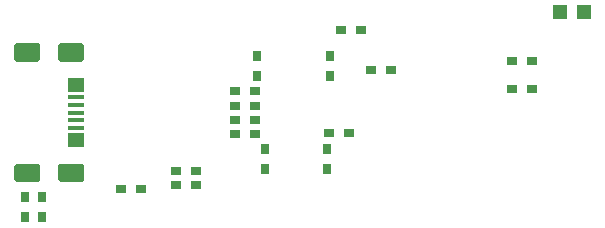
<source format=gbp>
G04 #@! TF.GenerationSoftware,KiCad,Pcbnew,5.1.6*
G04 #@! TF.CreationDate,2020-07-12T14:31:33+01:00*
G04 #@! TF.ProjectId,CY7CBreakout,43593743-4272-4656-916b-6f75742e6b69,rev?*
G04 #@! TF.SameCoordinates,PX7270e00PY7270e00*
G04 #@! TF.FileFunction,Paste,Bot*
G04 #@! TF.FilePolarity,Positive*
%FSLAX46Y46*%
G04 Gerber Fmt 4.6, Leading zero omitted, Abs format (unit mm)*
G04 Created by KiCad (PCBNEW 5.1.6) date 2020-07-12 14:31:33*
%MOMM*%
%LPD*%
G01*
G04 APERTURE LIST*
%ADD10R,1.400000X1.200000*%
%ADD11R,1.400000X0.400000*%
%ADD12R,1.200000X1.200000*%
%ADD13R,0.900000X0.800000*%
%ADD14R,0.800000X0.900000*%
G04 APERTURE END LIST*
G04 #@! TO.C,JP1*
G36*
G01*
X2500000Y18300000D02*
X700000Y18300000D01*
G75*
G02*
X500000Y18500000I0J200000D01*
G01*
X500000Y19700000D01*
G75*
G02*
X700000Y19900000I200000J0D01*
G01*
X2500000Y19900000D01*
G75*
G02*
X2700000Y19700000I0J-200000D01*
G01*
X2700000Y18500000D01*
G75*
G02*
X2500000Y18300000I-200000J0D01*
G01*
G37*
G36*
G01*
X6200000Y18300000D02*
X4400000Y18300000D01*
G75*
G02*
X4200000Y18500000I0J200000D01*
G01*
X4200000Y19700000D01*
G75*
G02*
X4400000Y19900000I200000J0D01*
G01*
X6200000Y19900000D01*
G75*
G02*
X6400000Y19700000I0J-200000D01*
G01*
X6400000Y18500000D01*
G75*
G02*
X6200000Y18300000I-200000J0D01*
G01*
G37*
G36*
G01*
X6200000Y8100000D02*
X4400000Y8100000D01*
G75*
G02*
X4200000Y8300000I0J200000D01*
G01*
X4200000Y9500000D01*
G75*
G02*
X4400000Y9700000I200000J0D01*
G01*
X6200000Y9700000D01*
G75*
G02*
X6400000Y9500000I0J-200000D01*
G01*
X6400000Y8300000D01*
G75*
G02*
X6200000Y8100000I-200000J0D01*
G01*
G37*
G36*
G01*
X2500000Y8100000D02*
X700000Y8100000D01*
G75*
G02*
X500000Y8300000I0J200000D01*
G01*
X500000Y9500000D01*
G75*
G02*
X700000Y9700000I200000J0D01*
G01*
X2500000Y9700000D01*
G75*
G02*
X2700000Y9500000I0J-200000D01*
G01*
X2700000Y8300000D01*
G75*
G02*
X2500000Y8100000I-200000J0D01*
G01*
G37*
D10*
X5700000Y16350000D03*
X5700000Y11650000D03*
D11*
X5700000Y12700000D03*
X5700000Y15300000D03*
X5700000Y14650000D03*
X5700000Y14000000D03*
X5700000Y13350000D03*
G04 #@! TD*
D12*
G04 #@! TO.C,C18*
X48700000Y22500000D03*
X46700000Y22500000D03*
G04 #@! TD*
D13*
G04 #@! TO.C,C17*
X44350000Y16000000D03*
X42650000Y16000000D03*
G04 #@! TD*
G04 #@! TO.C,C16*
X42650000Y18400000D03*
X44350000Y18400000D03*
G04 #@! TD*
D14*
G04 #@! TO.C,R6*
X1400000Y6850000D03*
X1400000Y5150000D03*
G04 #@! TD*
G04 #@! TO.C,C15*
X2800000Y5150000D03*
X2800000Y6850000D03*
G04 #@! TD*
D13*
G04 #@! TO.C,R4*
X14150000Y7900000D03*
X15850000Y7900000D03*
G04 #@! TD*
G04 #@! TO.C,C14*
X20850000Y12200000D03*
X19150000Y12200000D03*
G04 #@! TD*
G04 #@! TO.C,C13*
X20850000Y13400000D03*
X19150000Y13400000D03*
G04 #@! TD*
G04 #@! TO.C,C12*
X20850000Y14600000D03*
X19150000Y14600000D03*
G04 #@! TD*
D14*
G04 #@! TO.C,C11*
X21000000Y17100000D03*
X21000000Y18800000D03*
G04 #@! TD*
G04 #@! TO.C,C10*
X27250000Y17100000D03*
X27250000Y18800000D03*
G04 #@! TD*
G04 #@! TO.C,C9*
X21750000Y10900000D03*
X21750000Y9200000D03*
G04 #@! TD*
G04 #@! TO.C,C8*
X27000000Y10900000D03*
X27000000Y9200000D03*
G04 #@! TD*
D13*
G04 #@! TO.C,C7*
X27150000Y12250000D03*
X28850000Y12250000D03*
G04 #@! TD*
G04 #@! TO.C,C6*
X20850000Y15800000D03*
X19150000Y15800000D03*
G04 #@! TD*
G04 #@! TO.C,C5*
X11250000Y7500000D03*
X9550000Y7500000D03*
G04 #@! TD*
G04 #@! TO.C,R3*
X14150000Y9100000D03*
X15850000Y9100000D03*
G04 #@! TD*
G04 #@! TO.C,C4*
X32350000Y17600000D03*
X30650000Y17600000D03*
G04 #@! TD*
G04 #@! TO.C,C3*
X29850000Y21000000D03*
X28150000Y21000000D03*
G04 #@! TD*
M02*

</source>
